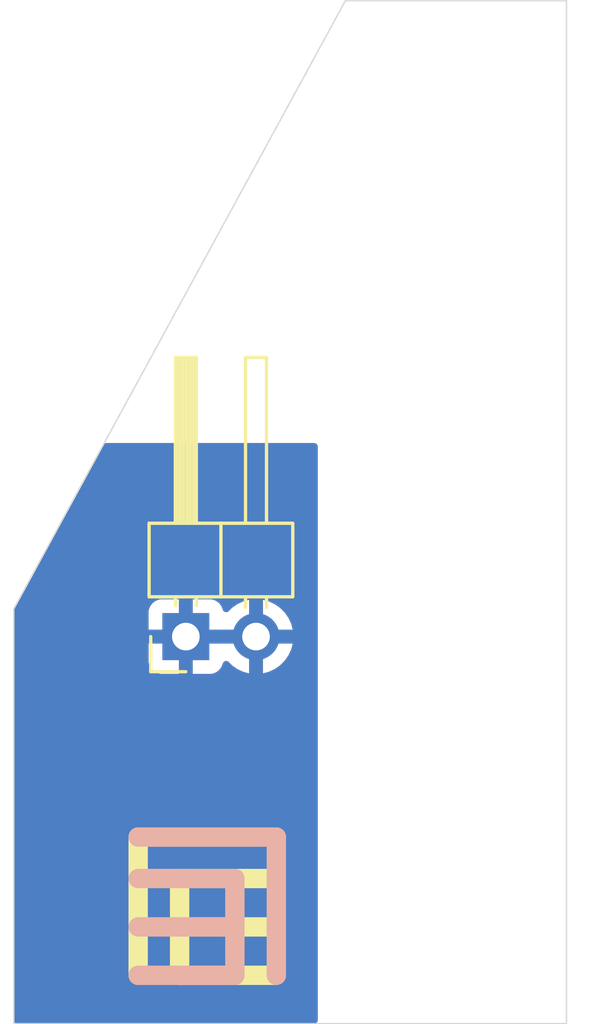
<source format=kicad_pcb>
(kicad_pcb (version 20221018) (generator pcbnew)
  (layers (0 "F.Cu" signal) (31 "B.Cu" signal) (34 "B.Paste" user) (35 "F.Paste" user) (36 "B.SilkS" user "B.Silkscreen") (37 "F.SilkS" user "F.Silkscreen") (38 "B.Mask" user) (39 "F.Mask" user) (44 "Edge.Cuts" user))
  (net 0 "")
  (net 1 "Net-(J1-Pin_1)")
  (footprint "MountingHole:MountingHole_2.2mm_M2" (layer "F.Cu") (at 136 85.5)
    (fp_text reference "H1" hide)
    (fp_text value "MountingHole")
    (pad "" np_thru_hole circle (at 0 0) (size 2.2 2.2) (drill 2.2) (layers "*.Cu" "*.Mask"))
  )
  (footprint "MountingHole:MountingHole_2.2mm_M2" (layer "F.Cu") (at 136 94.5)
    (fp_text reference "H2" hide)
    (fp_text value "MountingHole")
    (pad "" np_thru_hole circle (at 0 0) (size 2.2 2.2) (drill 2.2) (layers "*.Cu" "*.Mask"))
  )
  (footprint "Connector_PinHeader_2.54mm:PinHeader_1x02_P2.54mm_Horizontal" (layer "F.Cu") (at 126.225 97.5 90)
    (fp_text reference "J1" hide)
    (fp_text value "Conn_01x02_Pin")
    (fp_line (start -1.27 -1.27) (end 0 -1.27) (stroke (width 0.12)) (layer "F.SilkS"))
    (fp_line (start -1.27 0) (end -1.27 -1.27) (stroke (width 0.12)) (layer "F.SilkS"))
    (fp_line (start 1.042929 2.16) (end 1.44 2.16) (stroke (width 0.12)) (layer "F.SilkS"))
    (fp_line (start 1.042929 2.92) (end 1.44 2.92) (stroke (width 0.12)) (layer "F.SilkS"))
    (fp_line (start 1.11 -0.38) (end 1.44 -0.38) (stroke (width 0.12)) (layer "F.SilkS"))
    (fp_line (start 1.11 0.38) (end 1.44 0.38) (stroke (width 0.12)) (layer "F.SilkS"))
    (fp_line (start 1.44 -1.33) (end 1.44 3.87) (stroke (width 0.12)) (layer "F.SilkS"))
    (fp_line (start 1.44 1.27) (end 4.1 1.27) (stroke (width 0.12)) (layer "F.SilkS"))
    (fp_line (start 1.44 3.87) (end 4.1 3.87) (stroke (width 0.12)) (layer "F.SilkS"))
    (fp_line (start 4.1 -1.33) (end 1.44 -1.33) (stroke (width 0.12)) (layer "F.SilkS"))
    (fp_line (start 4.1 -0.38) (end 10.1 -0.38) (stroke (width 0.12)) (layer "F.SilkS"))
    (fp_line (start 4.1 -0.32) (end 10.1 -0.32) (stroke (width 0.12)) (layer "F.SilkS"))
    (fp_line (start 4.1 -0.2) (end 10.1 -0.2) (stroke (width 0.12)) (layer "F.SilkS"))
    (fp_line (start 4.1 -0.08) (end 10.1 -0.08) (stroke (width 0.12)) (layer "F.SilkS"))
    (fp_line (start 4.1 0.04) (end 10.1 0.04) (stroke (width 0.12)) (layer "F.SilkS"))
    (fp_line (start 4.1 0.16) (end 10.1 0.16) (stroke (width 0.12)) (layer "F.SilkS"))
    (fp_line (start 4.1 0.28) (end 10.1 0.28) (stroke (width 0.12)) (layer "F.SilkS"))
    (fp_line (start 4.1 2.16) (end 10.1 2.16) (stroke (width 0.12)) (layer "F.SilkS"))
    (fp_line (start 4.1 3.87) (end 4.1 -1.33) (stroke (width 0.12)) (layer "F.SilkS"))
    (fp_line (start 10.1 -0.38) (end 10.1 0.38) (stroke (width 0.12)) (layer "F.SilkS"))
    (fp_line (start 10.1 0.38) (end 4.1 0.38) (stroke (width 0.12)) (layer "F.SilkS"))
    (fp_line (start 10.1 2.16) (end 10.1 2.92) (stroke (width 0.12)) (layer "F.SilkS"))
    (fp_line (start 10.1 2.92) (end 4.1 2.92) (stroke (width 0.12)) (layer "F.SilkS"))
    (pad "1" thru_hole rect (at 0 0 90) (size 1.7 1.7) (drill 1) (layers "*.Cu" "*.Mask") (net 1 "Net-(J1-Pin_1)"))
    (pad "2" thru_hole oval (at 0 2.54 90) (size 1.7 1.7) (drill 1) (layers "*.Cu" "*.Mask") (net 1 "Net-(J1-Pin_1)"))
  )
  (footprint "MountingHole:MountingHole_2.2mm_M2" (layer "F.Cu") (at 136 103.5)
    (fp_text reference "H3" hide)
    (fp_text value "MountingHole")
    (pad "" np_thru_hole circle (at 0 0) (size 2.2 2.2) (drill 2.2) (layers "*.Cu" "*.Mask"))
  )
  (gr_line (start 124.5 109.75) (end 128 109.75) (stroke (width 0.7)) (layer "B.SilkS"))
  (gr_line (start 128 109.75) (end 128 106.25) (stroke (width 0.7)) (layer "B.SilkS"))
  (gr_line (start 124.5 108) (end 128 108) (stroke (width 0.7)) (layer "B.SilkS"))
  (gr_line (start 124.5 106.25) (end 128 106.25) (stroke (width 0.7)) (layer "B.SilkS"))
  (gr_line (start 129.5 109.75) (end 129.5 104.75) (stroke (width 0.7)) (layer "B.SilkS"))
  (gr_line (start 124.5 104.75) (end 129.5 104.75) (stroke (width 0.7)) (layer "B.SilkS"))
  (gr_line (start 126 106.25) (end 126 109.75) (stroke (width 0.7)) (layer "F.SilkS"))
  (gr_line (start 126 109.75) (end 129.5 109.75) (stroke (width 0.7)) (layer "F.SilkS"))
  (gr_line (start 126 108) (end 129.5 108) (stroke (width 0.7)) (layer "F.SilkS"))
  (gr_line (start 126 106.25) (end 129.5 106.25) (stroke (width 0.7)) (layer "F.SilkS"))
  (gr_line (start 124.5 104.75) (end 124.5 109.75) (stroke (width 0.7)) (layer "F.SilkS"))
  (gr_line (start 124.5 104.75) (end 129.5 104.75) (stroke (width 0.7)) (layer "F.SilkS"))
  (gr_poly (pts (xy 140 74.5) (xy 140 111.5) (xy 120 111.5) (xy 120 96.5) (xy 132 74.5)) (stroke (width 0.05)) (fill none) (layer "Edge.Cuts"))
  (zone (net 1) (net_name "Net-(J1-Pin_1)") (layers "F&B.Cu") (connect_pads (clearance 0.5)) (min_thickness 0.25) (fill yes (thermal_gap 0.5) (thermal_bridge_width 0.5))
    (polygon (pts (xy 123 90.5) (xy 131 90.5) (xy 131 111.5) (xy 119.5 111.5) (xy 119.5 96.5)))
  )
)
</source>
